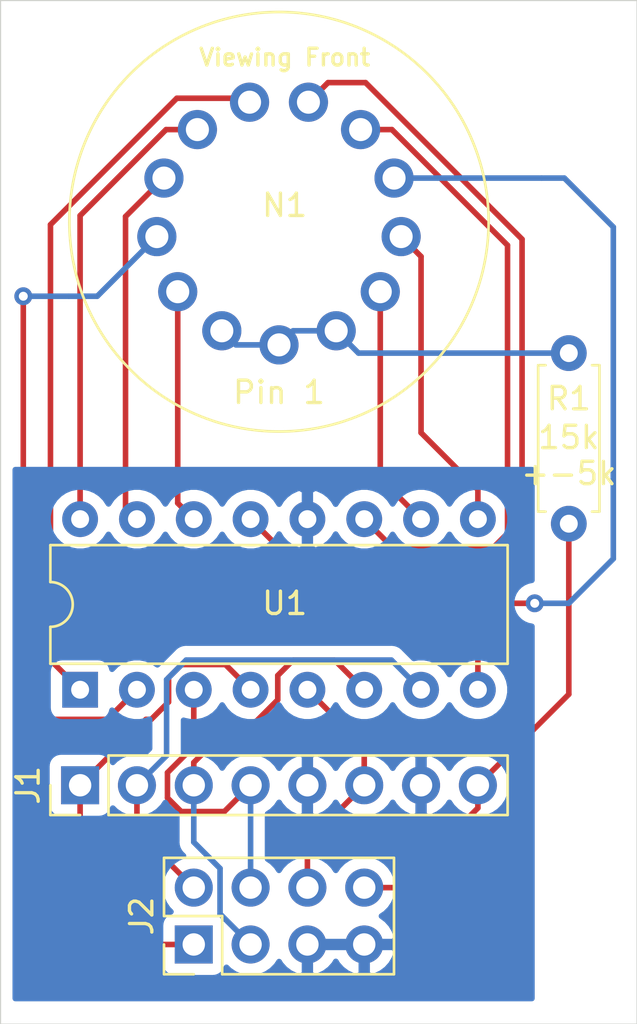
<source format=kicad_pcb>
(kicad_pcb (version 20171130) (host pcbnew 5.1.6-c6e7f7d~87~ubuntu20.04.1)

  (general
    (thickness 1.6)
    (drawings 6)
    (tracks 102)
    (zones 0)
    (modules 5)
    (nets 19)
  )

  (page A3)
  (layers
    (0 F.Cu signal)
    (31 B.Cu signal)
    (32 B.Adhes user hide)
    (33 F.Adhes user hide)
    (34 B.Paste user hide)
    (35 F.Paste user hide)
    (36 B.SilkS user hide)
    (37 F.SilkS user)
    (38 B.Mask user hide)
    (39 F.Mask user)
    (40 Dwgs.User user hide)
    (41 Cmts.User user hide)
    (42 Eco1.User user hide)
    (43 Eco2.User user hide)
    (44 Edge.Cuts user)
    (45 Margin user hide)
    (46 B.CrtYd user hide)
    (47 F.CrtYd user hide)
    (48 B.Fab user hide)
    (49 F.Fab user hide)
  )

  (setup
    (last_trace_width 0.25)
    (user_trace_width 0.5)
    (trace_clearance 0.4)
    (zone_clearance 0.508)
    (zone_45_only no)
    (trace_min 0.2)
    (via_size 0.8)
    (via_drill 0.4)
    (via_min_size 0.4)
    (via_min_drill 0.3)
    (uvia_size 0.3)
    (uvia_drill 0.1)
    (uvias_allowed no)
    (uvia_min_size 0.2)
    (uvia_min_drill 0.1)
    (edge_width 0.05)
    (segment_width 0.2)
    (pcb_text_width 0.3)
    (pcb_text_size 1.5 1.5)
    (mod_edge_width 0.12)
    (mod_text_size 1 1)
    (mod_text_width 0.15)
    (pad_size 3.683 3.683)
    (pad_drill 2.667)
    (pad_to_mask_clearance 0.06)
    (solder_mask_min_width 0.15)
    (aux_axis_origin 0 0)
    (visible_elements 7FFFFFFF)
    (pcbplotparams
      (layerselection 0x310fc_ffffffff)
      (usegerberextensions false)
      (usegerberattributes true)
      (usegerberadvancedattributes true)
      (creategerberjobfile true)
      (excludeedgelayer true)
      (linewidth 0.150000)
      (plotframeref false)
      (viasonmask false)
      (mode 1)
      (useauxorigin true)
      (hpglpennumber 1)
      (hpglpenspeed 20)
      (hpglpendiameter 15.000000)
      (psnegative false)
      (psa4output false)
      (plotreference true)
      (plotvalue true)
      (plotinvisibletext false)
      (padsonsilk false)
      (subtractmaskfromsilk false)
      (outputformat 1)
      (mirror false)
      (drillshape 0)
      (scaleselection 1)
      (outputdirectory "Output_Files/"))
  )

  (net 0 "")
  (net 1 "Net-(J1-Pad1)")
  (net 2 "Net-(J1-Pad2)")
  (net 3 "Net-(J1-Pad3)")
  (net 4 "Net-(J1-Pad4)")
  (net 5 GND)
  (net 6 VCC)
  (net 7 "Net-(J1-Pad8)")
  (net 8 "Net-(N1-Pad1)")
  (net 9 "Net-(N1-Pad3)")
  (net 10 "Net-(N1-Pad4)")
  (net 11 "Net-(N1-Pad5)")
  (net 12 "Net-(N1-Pad6)")
  (net 13 "Net-(N1-Pad7)")
  (net 14 "Net-(N1-Pad8)")
  (net 15 "Net-(N1-Pad9)")
  (net 16 "Net-(N1-Pad10)")
  (net 17 "Net-(N1-Pad11)")
  (net 18 "Net-(N1-Pad12)")

  (net_class Default "This is the default net class."
    (clearance 0.4)
    (trace_width 0.25)
    (via_dia 0.8)
    (via_drill 0.4)
    (uvia_dia 0.3)
    (uvia_drill 0.1)
    (add_net GND)
    (add_net "Net-(J1-Pad8)")
    (add_net "Net-(N1-Pad1)")
    (add_net "Net-(N1-Pad10)")
    (add_net "Net-(N1-Pad11)")
    (add_net "Net-(N1-Pad12)")
    (add_net "Net-(N1-Pad3)")
    (add_net "Net-(N1-Pad4)")
    (add_net "Net-(N1-Pad5)")
    (add_net "Net-(N1-Pad6)")
    (add_net "Net-(N1-Pad7)")
    (add_net "Net-(N1-Pad8)")
    (add_net "Net-(N1-Pad9)")
    (add_net VCC)
  )

  (net_class HV ""
    (clearance 1.25)
    (trace_width 0.25)
    (via_dia 0.8)
    (via_drill 0.4)
    (uvia_dia 0.3)
    (uvia_drill 0.1)
  )

  (net_class Logic ""
    (clearance 0.2)
    (trace_width 0.25)
    (via_dia 0.8)
    (via_drill 0.4)
    (uvia_dia 0.3)
    (uvia_drill 0.1)
    (add_net "Net-(J1-Pad1)")
    (add_net "Net-(J1-Pad2)")
    (add_net "Net-(J1-Pad3)")
    (add_net "Net-(J1-Pad4)")
  )

  (module IN-14:CPA_13 (layer F.Cu) (tedit 5F5D038B) (tstamp 5F5D6AF3)
    (at 155.194 60.1726 180)
    (path /5F227C34)
    (fp_text reference N1 (at -0.254 0.7366) (layer F.SilkS)
      (effects (font (size 1 1) (thickness 0.15)))
    )
    (fp_text value IN-14 (at 0 10.295) (layer F.Fab)
      (effects (font (size 1 1) (thickness 0.15)))
    )
    (fp_circle (center 0 0) (end 0 9.62) (layer F.CrtYd) (width 0.05))
    (fp_circle (center 0 0) (end 0 9.37) (layer F.SilkS) (width 0.12))
    (fp_circle (center 0 0) (end 0 9.25) (layer F.Fab) (width 0.1))
    (fp_text user "Viewing Front" (at -0.254 7.3406) (layer F.SilkS)
      (effects (font (size 0.75 0.75) (thickness 0.15)))
    )
    (fp_text user "Pin 1" (at 0 -7.62) (layer F.SilkS)
      (effects (font (size 1 1) (thickness 0.15)))
    )
    (pad 13 thru_hole oval (at -2.555977 -4.870008 180) (size 1.75 1.75) (drill 1.03) (layers *.Cu *.Mask)
      (net 8 "Net-(N1-Pad1)"))
    (pad 12 thru_hole oval (at -4.526411 -3.124356 180) (size 1.75 1.75) (drill 1.03) (layers *.Cu *.Mask)
      (net 18 "Net-(N1-Pad12)"))
    (pad 11 thru_hole oval (at -5.459898 -0.662951 180) (size 1.75 1.75) (drill 1.03) (layers *.Cu *.Mask)
      (net 17 "Net-(N1-Pad11)"))
    (pad 10 thru_hole oval (at -5.142589 1.950326 180) (size 1.75 1.75) (drill 1.03) (layers *.Cu *.Mask)
      (net 16 "Net-(N1-Pad10)"))
    (pad 9 thru_hole oval (at -3.647174 4.116809 180) (size 1.75 1.75) (drill 1.03) (layers *.Cu *.Mask)
      (net 15 "Net-(N1-Pad9)"))
    (pad 8 thru_hole oval (at -1.316236 5.340179 180) (size 1.75 1.75) (drill 1.03) (layers *.Cu *.Mask)
      (net 14 "Net-(N1-Pad8)"))
    (pad 7 thru_hole oval (at 1.316236 5.340179 180) (size 1.75 1.75) (drill 1.03) (layers *.Cu *.Mask)
      (net 13 "Net-(N1-Pad7)"))
    (pad 6 thru_hole oval (at 3.647174 4.116809 180) (size 1.75 1.75) (drill 1.03) (layers *.Cu *.Mask)
      (net 12 "Net-(N1-Pad6)"))
    (pad 5 thru_hole oval (at 5.142589 1.950326 180) (size 1.75 1.75) (drill 1.03) (layers *.Cu *.Mask)
      (net 11 "Net-(N1-Pad5)"))
    (pad 4 thru_hole oval (at 5.459898 -0.662951 180) (size 1.75 1.75) (drill 1.03) (layers *.Cu *.Mask)
      (net 10 "Net-(N1-Pad4)"))
    (pad 3 thru_hole oval (at 4.526411 -3.124356 180) (size 1.75 1.75) (drill 1.03) (layers *.Cu *.Mask)
      (net 9 "Net-(N1-Pad3)"))
    (pad 2 thru_hole oval (at 2.555977 -4.870008 180) (size 1.75 1.75) (drill 1.03) (layers *.Cu *.Mask)
      (net 8 "Net-(N1-Pad1)"))
    (pad 1 thru_hole oval (at 0 -5.5 180) (size 1.75 1.75) (drill 1.03) (layers *.Cu *.Mask)
      (net 8 "Net-(N1-Pad1)"))
  )

  (module Package_DIP:DIP-16_W7.62mm (layer F.Cu) (tedit 5A02E8C5) (tstamp 5F5D65A6)
    (at 146.304 81.0768 90)
    (descr "16-lead though-hole mounted DIP package, row spacing 7.62 mm (300 mils)")
    (tags "THT DIP DIL PDIP 2.54mm 7.62mm 300mil")
    (path /5F218278)
    (fp_text reference U1 (at 3.8608 9.144) (layer F.SilkS)
      (effects (font (size 1 1) (thickness 0.15)))
    )
    (fp_text value 74141-DIP (at 3.81 20.11 90) (layer F.Fab)
      (effects (font (size 1 1) (thickness 0.15)))
    )
    (fp_line (start 1.635 -1.27) (end 6.985 -1.27) (layer F.Fab) (width 0.1))
    (fp_line (start 6.985 -1.27) (end 6.985 19.05) (layer F.Fab) (width 0.1))
    (fp_line (start 6.985 19.05) (end 0.635 19.05) (layer F.Fab) (width 0.1))
    (fp_line (start 0.635 19.05) (end 0.635 -0.27) (layer F.Fab) (width 0.1))
    (fp_line (start 0.635 -0.27) (end 1.635 -1.27) (layer F.Fab) (width 0.1))
    (fp_line (start 2.81 -1.33) (end 1.16 -1.33) (layer F.SilkS) (width 0.12))
    (fp_line (start 1.16 -1.33) (end 1.16 19.11) (layer F.SilkS) (width 0.12))
    (fp_line (start 1.16 19.11) (end 6.46 19.11) (layer F.SilkS) (width 0.12))
    (fp_line (start 6.46 19.11) (end 6.46 -1.33) (layer F.SilkS) (width 0.12))
    (fp_line (start 6.46 -1.33) (end 4.81 -1.33) (layer F.SilkS) (width 0.12))
    (fp_line (start -1.1 -1.55) (end -1.1 19.3) (layer F.CrtYd) (width 0.05))
    (fp_line (start -1.1 19.3) (end 8.7 19.3) (layer F.CrtYd) (width 0.05))
    (fp_line (start 8.7 19.3) (end 8.7 -1.55) (layer F.CrtYd) (width 0.05))
    (fp_line (start 8.7 -1.55) (end -1.1 -1.55) (layer F.CrtYd) (width 0.05))
    (fp_text user %R (at 3.81 8.89 90) (layer F.Fab)
      (effects (font (size 1 1) (thickness 0.15)))
    )
    (fp_arc (start 3.81 -1.33) (end 2.81 -1.33) (angle -180) (layer F.SilkS) (width 0.12))
    (pad 16 thru_hole oval (at 7.62 0 90) (size 1.6 1.6) (drill 0.8) (layers *.Cu *.Mask)
      (net 12 "Net-(N1-Pad6)"))
    (pad 8 thru_hole oval (at 0 17.78 90) (size 1.6 1.6) (drill 0.8) (layers *.Cu *.Mask)
      (net 16 "Net-(N1-Pad10)"))
    (pad 15 thru_hole oval (at 7.62 2.54 90) (size 1.6 1.6) (drill 0.8) (layers *.Cu *.Mask)
      (net 11 "Net-(N1-Pad5)"))
    (pad 7 thru_hole oval (at 0 15.24 90) (size 1.6 1.6) (drill 0.8) (layers *.Cu *.Mask)
      (net 2 "Net-(J1-Pad2)"))
    (pad 14 thru_hole oval (at 7.62 5.08 90) (size 1.6 1.6) (drill 0.8) (layers *.Cu *.Mask)
      (net 9 "Net-(N1-Pad3)"))
    (pad 6 thru_hole oval (at 0 12.7 90) (size 1.6 1.6) (drill 0.8) (layers *.Cu *.Mask)
      (net 3 "Net-(J1-Pad3)"))
    (pad 13 thru_hole oval (at 7.62 7.62 90) (size 1.6 1.6) (drill 0.8) (layers *.Cu *.Mask)
      (net 14 "Net-(N1-Pad8)"))
    (pad 5 thru_hole oval (at 0 10.16 90) (size 1.6 1.6) (drill 0.8) (layers *.Cu *.Mask)
      (net 6 VCC))
    (pad 12 thru_hole oval (at 7.62 10.16 90) (size 1.6 1.6) (drill 0.8) (layers *.Cu *.Mask)
      (net 5 GND))
    (pad 4 thru_hole oval (at 0 7.62 90) (size 1.6 1.6) (drill 0.8) (layers *.Cu *.Mask)
      (net 1 "Net-(J1-Pad1)"))
    (pad 11 thru_hole oval (at 7.62 12.7 90) (size 1.6 1.6) (drill 0.8) (layers *.Cu *.Mask)
      (net 15 "Net-(N1-Pad9)"))
    (pad 3 thru_hole oval (at 0 5.08 90) (size 1.6 1.6) (drill 0.8) (layers *.Cu *.Mask)
      (net 4 "Net-(J1-Pad4)"))
    (pad 10 thru_hole oval (at 7.62 15.24 90) (size 1.6 1.6) (drill 0.8) (layers *.Cu *.Mask)
      (net 18 "Net-(N1-Pad12)"))
    (pad 2 thru_hole oval (at 0 2.54 90) (size 1.6 1.6) (drill 0.8) (layers *.Cu *.Mask)
      (net 10 "Net-(N1-Pad4)"))
    (pad 9 thru_hole oval (at 7.62 17.78 90) (size 1.6 1.6) (drill 0.8) (layers *.Cu *.Mask)
      (net 17 "Net-(N1-Pad11)"))
    (pad 1 thru_hole rect (at 0 0 90) (size 1.6 1.6) (drill 0.8) (layers *.Cu *.Mask)
      (net 13 "Net-(N1-Pad7)"))
    (model ${KISYS3DMOD}/Package_DIP.3dshapes/DIP-16_W7.62mm.wrl
      (at (xyz 0 0 0))
      (scale (xyz 1 1 1))
      (rotate (xyz 0 0 0))
    )
  )

  (module Connector_PinHeader_2.54mm:PinHeader_1x08_P2.54mm_Vertical (layer F.Cu) (tedit 59FED5CC) (tstamp 5F5D6D53)
    (at 146.304 85.344 90)
    (descr "Through hole straight pin header, 1x08, 2.54mm pitch, single row")
    (tags "Through hole pin header THT 1x08 2.54mm single row")
    (path /5F21AB49)
    (fp_text reference J1 (at 0 -2.33 90) (layer F.SilkS)
      (effects (font (size 1 1) (thickness 0.15)))
    )
    (fp_text value Conn_01x08_Male (at 0 20.11 90) (layer F.Fab)
      (effects (font (size 1 1) (thickness 0.15)))
    )
    (fp_line (start 1.8 -1.8) (end -1.8 -1.8) (layer F.CrtYd) (width 0.05))
    (fp_line (start 1.8 19.55) (end 1.8 -1.8) (layer F.CrtYd) (width 0.05))
    (fp_line (start -1.8 19.55) (end 1.8 19.55) (layer F.CrtYd) (width 0.05))
    (fp_line (start -1.8 -1.8) (end -1.8 19.55) (layer F.CrtYd) (width 0.05))
    (fp_line (start -1.33 -1.33) (end 0 -1.33) (layer F.SilkS) (width 0.12))
    (fp_line (start -1.33 0) (end -1.33 -1.33) (layer F.SilkS) (width 0.12))
    (fp_line (start -1.33 1.27) (end 1.33 1.27) (layer F.SilkS) (width 0.12))
    (fp_line (start 1.33 1.27) (end 1.33 19.11) (layer F.SilkS) (width 0.12))
    (fp_line (start -1.33 1.27) (end -1.33 19.11) (layer F.SilkS) (width 0.12))
    (fp_line (start -1.33 19.11) (end 1.33 19.11) (layer F.SilkS) (width 0.12))
    (fp_line (start -1.27 -0.635) (end -0.635 -1.27) (layer F.Fab) (width 0.1))
    (fp_line (start -1.27 19.05) (end -1.27 -0.635) (layer F.Fab) (width 0.1))
    (fp_line (start 1.27 19.05) (end -1.27 19.05) (layer F.Fab) (width 0.1))
    (fp_line (start 1.27 -1.27) (end 1.27 19.05) (layer F.Fab) (width 0.1))
    (fp_line (start -0.635 -1.27) (end 1.27 -1.27) (layer F.Fab) (width 0.1))
    (fp_text user %R (at 0 8.89) (layer F.Fab)
      (effects (font (size 1 1) (thickness 0.15)))
    )
    (pad 1 thru_hole rect (at 0 0 90) (size 1.7 1.7) (drill 1) (layers *.Cu *.Mask)
      (net 1 "Net-(J1-Pad1)"))
    (pad 2 thru_hole oval (at 0 2.54 90) (size 1.7 1.7) (drill 1) (layers *.Cu *.Mask)
      (net 2 "Net-(J1-Pad2)"))
    (pad 3 thru_hole oval (at 0 5.08 90) (size 1.7 1.7) (drill 1) (layers *.Cu *.Mask)
      (net 3 "Net-(J1-Pad3)"))
    (pad 4 thru_hole oval (at 0 7.62 90) (size 1.7 1.7) (drill 1) (layers *.Cu *.Mask)
      (net 4 "Net-(J1-Pad4)"))
    (pad 5 thru_hole oval (at 0 10.16 90) (size 1.7 1.7) (drill 1) (layers *.Cu *.Mask)
      (net 5 GND))
    (pad 6 thru_hole oval (at 0 12.7 90) (size 1.7 1.7) (drill 1) (layers *.Cu *.Mask)
      (net 6 VCC))
    (pad 7 thru_hole oval (at 0 15.24 90) (size 1.7 1.7) (drill 1) (layers *.Cu *.Mask)
      (net 5 GND))
    (pad 8 thru_hole oval (at 0 17.78 90) (size 1.7 1.7) (drill 1) (layers *.Cu *.Mask)
      (net 7 "Net-(J1-Pad8)"))
    (model ${KISYS3DMOD}/Connector_PinHeader_2.54mm.3dshapes/PinHeader_1x08_P2.54mm_Vertical.wrl
      (at (xyz 0 0 0))
      (scale (xyz 1 1 1))
      (rotate (xyz 0 0 0))
    )
  )

  (module Connector_PinHeader_2.54mm:PinHeader_2x04_P2.54mm_Vertical (layer F.Cu) (tedit 59FED5CC) (tstamp 5F5D6D6E)
    (at 151.384 92.456 90)
    (descr "Through hole straight pin header, 2x04, 2.54mm pitch, double rows")
    (tags "Through hole pin header THT 2x04 2.54mm double row")
    (path /5F32B282)
    (fp_text reference J2 (at 1.27 -2.33 -90) (layer F.SilkS)
      (effects (font (size 1 1) (thickness 0.15)))
    )
    (fp_text value Conn_02x04_Counter_Clockwise (at 1.27 9.95 -90) (layer F.Fab)
      (effects (font (size 1 1) (thickness 0.15)))
    )
    (fp_line (start 4.35 -1.8) (end -1.8 -1.8) (layer F.CrtYd) (width 0.05))
    (fp_line (start 4.35 9.4) (end 4.35 -1.8) (layer F.CrtYd) (width 0.05))
    (fp_line (start -1.8 9.4) (end 4.35 9.4) (layer F.CrtYd) (width 0.05))
    (fp_line (start -1.8 -1.8) (end -1.8 9.4) (layer F.CrtYd) (width 0.05))
    (fp_line (start -1.33 -1.33) (end 0 -1.33) (layer F.SilkS) (width 0.12))
    (fp_line (start -1.33 0) (end -1.33 -1.33) (layer F.SilkS) (width 0.12))
    (fp_line (start 1.27 -1.33) (end 3.87 -1.33) (layer F.SilkS) (width 0.12))
    (fp_line (start 1.27 1.27) (end 1.27 -1.33) (layer F.SilkS) (width 0.12))
    (fp_line (start -1.33 1.27) (end 1.27 1.27) (layer F.SilkS) (width 0.12))
    (fp_line (start 3.87 -1.33) (end 3.87 8.95) (layer F.SilkS) (width 0.12))
    (fp_line (start -1.33 1.27) (end -1.33 8.95) (layer F.SilkS) (width 0.12))
    (fp_line (start -1.33 8.95) (end 3.87 8.95) (layer F.SilkS) (width 0.12))
    (fp_line (start -1.27 0) (end 0 -1.27) (layer F.Fab) (width 0.1))
    (fp_line (start -1.27 8.89) (end -1.27 0) (layer F.Fab) (width 0.1))
    (fp_line (start 3.81 8.89) (end -1.27 8.89) (layer F.Fab) (width 0.1))
    (fp_line (start 3.81 -1.27) (end 3.81 8.89) (layer F.Fab) (width 0.1))
    (fp_line (start 0 -1.27) (end 3.81 -1.27) (layer F.Fab) (width 0.1))
    (fp_text user %R (at 1.27 3.81 180) (layer F.Fab)
      (effects (font (size 1 1) (thickness 0.15)))
    )
    (pad 1 thru_hole rect (at 0 0 90) (size 1.7 1.7) (drill 1) (layers *.Cu *.Mask)
      (net 1 "Net-(J1-Pad1)"))
    (pad 2 thru_hole oval (at 2.54 0 90) (size 1.7 1.7) (drill 1) (layers *.Cu *.Mask)
      (net 2 "Net-(J1-Pad2)"))
    (pad 3 thru_hole oval (at 0 2.54 90) (size 1.7 1.7) (drill 1) (layers *.Cu *.Mask)
      (net 3 "Net-(J1-Pad3)"))
    (pad 4 thru_hole oval (at 2.54 2.54 90) (size 1.7 1.7) (drill 1) (layers *.Cu *.Mask)
      (net 4 "Net-(J1-Pad4)"))
    (pad 5 thru_hole oval (at 0 5.08 90) (size 1.7 1.7) (drill 1) (layers *.Cu *.Mask)
      (net 5 GND))
    (pad 6 thru_hole oval (at 2.54 5.08 90) (size 1.7 1.7) (drill 1) (layers *.Cu *.Mask)
      (net 6 VCC))
    (pad 7 thru_hole oval (at 0 7.62 90) (size 1.7 1.7) (drill 1) (layers *.Cu *.Mask)
      (net 5 GND))
    (pad 8 thru_hole oval (at 2.54 7.62 90) (size 1.7 1.7) (drill 1) (layers *.Cu *.Mask)
      (net 7 "Net-(J1-Pad8)"))
    (model ${KISYS3DMOD}/Connector_PinHeader_2.54mm.3dshapes/PinHeader_2x04_P2.54mm_Vertical.wrl
      (at (xyz 0 0 0))
      (scale (xyz 1 1 1))
      (rotate (xyz 0 0 0))
    )
  )

  (module Resistor_THT:R_Axial_DIN0207_L6.3mm_D2.5mm_P7.62mm_Horizontal (layer F.Cu) (tedit 5AE5139B) (tstamp 5F5D6DA1)
    (at 168.148 73.66 90)
    (descr "Resistor, Axial_DIN0207 series, Axial, Horizontal, pin pitch=7.62mm, 0.25W = 1/4W, length*diameter=6.3*2.5mm^2, http://cdn-reichelt.de/documents/datenblatt/B400/1_4W%23YAG.pdf")
    (tags "Resistor Axial_DIN0207 series Axial Horizontal pin pitch 7.62mm 0.25W = 1/4W length 6.3mm diameter 2.5mm")
    (path /5F218D8E)
    (fp_text reference R1 (at 5.588 0 180) (layer F.SilkS)
      (effects (font (size 1 1) (thickness 0.15)))
    )
    (fp_text value 18k (at 3.81 2.37 90) (layer F.Fab)
      (effects (font (size 1 1) (thickness 0.15)))
    )
    (fp_line (start 8.67 -1.5) (end -1.05 -1.5) (layer F.CrtYd) (width 0.05))
    (fp_line (start 8.67 1.5) (end 8.67 -1.5) (layer F.CrtYd) (width 0.05))
    (fp_line (start -1.05 1.5) (end 8.67 1.5) (layer F.CrtYd) (width 0.05))
    (fp_line (start -1.05 -1.5) (end -1.05 1.5) (layer F.CrtYd) (width 0.05))
    (fp_line (start 7.08 1.37) (end 7.08 1.04) (layer F.SilkS) (width 0.12))
    (fp_line (start 0.54 1.37) (end 7.08 1.37) (layer F.SilkS) (width 0.12))
    (fp_line (start 0.54 1.04) (end 0.54 1.37) (layer F.SilkS) (width 0.12))
    (fp_line (start 7.08 -1.37) (end 7.08 -1.04) (layer F.SilkS) (width 0.12))
    (fp_line (start 0.54 -1.37) (end 7.08 -1.37) (layer F.SilkS) (width 0.12))
    (fp_line (start 0.54 -1.04) (end 0.54 -1.37) (layer F.SilkS) (width 0.12))
    (fp_line (start 7.62 0) (end 6.96 0) (layer F.Fab) (width 0.1))
    (fp_line (start 0 0) (end 0.66 0) (layer F.Fab) (width 0.1))
    (fp_line (start 6.96 -1.25) (end 0.66 -1.25) (layer F.Fab) (width 0.1))
    (fp_line (start 6.96 1.25) (end 6.96 -1.25) (layer F.Fab) (width 0.1))
    (fp_line (start 0.66 1.25) (end 6.96 1.25) (layer F.Fab) (width 0.1))
    (fp_line (start 0.66 -1.25) (end 0.66 1.25) (layer F.Fab) (width 0.1))
    (fp_text user %R (at 3.81 0 90) (layer F.Fab)
      (effects (font (size 1 1) (thickness 0.15)))
    )
    (pad 1 thru_hole circle (at 0 0 90) (size 1.6 1.6) (drill 0.8) (layers *.Cu *.Mask)
      (net 7 "Net-(J1-Pad8)"))
    (pad 2 thru_hole oval (at 7.62 0 90) (size 1.6 1.6) (drill 0.8) (layers *.Cu *.Mask)
      (net 8 "Net-(N1-Pad1)"))
    (model ${KISYS3DMOD}/Resistor_THT.3dshapes/R_Axial_DIN0207_L6.3mm_D2.5mm_P7.62mm_Horizontal.wrl
      (at (xyz 0 0 0))
      (scale (xyz 1 1 1))
      (rotate (xyz 0 0 0))
    )
  )

  (dimension 27.94 (width 0.15) (layer Dwgs.User)
    (gr_text "27.940 mm" (at 156.718 84.044) (layer Dwgs.User)
      (effects (font (size 1 1) (thickness 0.15)))
    )
    (feature1 (pts (xy 170.688 89.408) (xy 170.688 84.757579)))
    (feature2 (pts (xy 142.748 89.408) (xy 142.748 84.757579)))
    (crossbar (pts (xy 142.748 85.344) (xy 170.688 85.344)))
    (arrow1a (pts (xy 170.688 85.344) (xy 169.561496 85.930421)))
    (arrow1b (pts (xy 170.688 85.344) (xy 169.561496 84.757579)))
    (arrow2a (pts (xy 142.748 85.344) (xy 143.874504 85.930421)))
    (arrow2b (pts (xy 142.748 85.344) (xy 143.874504 84.757579)))
  )
  (gr_line (start 171.196 96.012) (end 142.748 96.012) (layer Edge.Cuts) (width 0.05) (tstamp 5F5D6DD0))
  (gr_line (start 171.196 50.292) (end 171.196 96.012) (layer Edge.Cuts) (width 0.05))
  (gr_line (start 142.748 50.292) (end 171.196 50.292) (layer Edge.Cuts) (width 0.05))
  (gr_line (start 142.748 96.012) (end 142.748 50.292) (layer Edge.Cuts) (width 0.05))
  (gr_text "15k\n+-5k" (at 168.148 70.612) (layer F.SilkS) (tstamp 5F5D6CCC)
    (effects (font (size 1 1) (thickness 0.15)))
  )

  (segment (start 152.798999 79.951799) (end 153.924 81.0768) (width 0.25) (layer F.Cu) (net 1) (status 20))
  (segment (start 150.843999 79.951799) (end 152.798999 79.951799) (width 0.25) (layer F.Cu) (net 1))
  (segment (start 150.258999 80.536799) (end 150.843999 79.951799) (width 0.25) (layer F.Cu) (net 1))
  (segment (start 150.258999 81.622803) (end 150.258999 80.536799) (width 0.25) (layer F.Cu) (net 1))
  (segment (start 149.480001 82.401801) (end 150.258999 81.622803) (width 0.25) (layer F.Cu) (net 1))
  (segment (start 149.246199 82.401801) (end 149.480001 82.401801) (width 0.25) (layer F.Cu) (net 1))
  (segment (start 146.304 85.344) (end 149.246199 82.401801) (width 0.25) (layer F.Cu) (net 1) (status 10))
  (segment (start 146.304 85.344) (end 146.304 89.916) (width 0.25) (layer F.Cu) (net 1) (status 10))
  (segment (start 148.844 92.456) (end 151.384 92.456) (width 0.25) (layer F.Cu) (net 1) (status 20))
  (segment (start 146.304 89.916) (end 148.844 92.456) (width 0.25) (layer F.Cu) (net 1))
  (segment (start 151.043999 79.751799) (end 160.218999 79.751799) (width 0.25) (layer B.Cu) (net 2))
  (segment (start 160.218999 79.751799) (end 161.544 81.0768) (width 0.25) (layer B.Cu) (net 2) (status 20))
  (segment (start 150.169001 80.626797) (end 151.043999 79.751799) (width 0.25) (layer B.Cu) (net 2))
  (segment (start 150.169001 84.018999) (end 150.169001 80.626797) (width 0.25) (layer B.Cu) (net 2))
  (segment (start 148.844 85.344) (end 150.169001 84.018999) (width 0.25) (layer B.Cu) (net 2) (status 10))
  (segment (start 148.844 87.376) (end 148.844 85.344) (width 0.25) (layer F.Cu) (net 2) (status 20))
  (segment (start 151.384 89.916) (end 148.844 87.376) (width 0.25) (layer F.Cu) (net 2))
  (segment (start 151.384 84.328) (end 152.908 82.804) (width 0.25) (layer F.Cu) (net 3))
  (segment (start 151.384 85.344) (end 151.384 84.328) (width 0.25) (layer F.Cu) (net 3) (status 10))
  (segment (start 157.678999 79.751799) (end 159.004 81.0768) (width 0.25) (layer F.Cu) (net 3) (status 20))
  (segment (start 155.827999 79.751799) (end 157.678999 79.751799) (width 0.25) (layer F.Cu) (net 3))
  (segment (start 155.138999 81.526803) (end 155.138999 80.440799) (width 0.25) (layer F.Cu) (net 3))
  (segment (start 153.861802 82.804) (end 155.138999 81.526803) (width 0.25) (layer F.Cu) (net 3))
  (segment (start 155.138999 80.440799) (end 155.827999 79.751799) (width 0.25) (layer F.Cu) (net 3))
  (segment (start 152.908 82.804) (end 153.861802 82.804) (width 0.25) (layer F.Cu) (net 3))
  (segment (start 151.384 85.344) (end 151.384 87.884) (width 0.25) (layer B.Cu) (net 3) (status 10))
  (segment (start 152.559001 91.091001) (end 153.924 92.456) (width 0.25) (layer B.Cu) (net 3) (status 20))
  (segment (start 152.559001 89.059001) (end 152.559001 91.091001) (width 0.25) (layer B.Cu) (net 3))
  (segment (start 151.384 87.884) (end 152.559001 89.059001) (width 0.25) (layer B.Cu) (net 3))
  (segment (start 152.748999 86.519001) (end 153.924 85.344) (width 0.25) (layer F.Cu) (net 4) (status 20))
  (segment (start 150.208999 85.908001) (end 150.819999 86.519001) (width 0.25) (layer F.Cu) (net 4))
  (segment (start 150.208999 84.779999) (end 150.208999 85.908001) (width 0.25) (layer F.Cu) (net 4))
  (segment (start 151.384 83.604998) (end 150.208999 84.779999) (width 0.25) (layer F.Cu) (net 4))
  (segment (start 150.819999 86.519001) (end 152.748999 86.519001) (width 0.25) (layer F.Cu) (net 4))
  (segment (start 151.384 81.0768) (end 151.384 83.604998) (width 0.25) (layer F.Cu) (net 4) (status 10))
  (segment (start 153.924 89.916) (end 153.924 85.344) (width 0.25) (layer B.Cu) (net 4) (status 20))
  (segment (start 159.004 83.6168) (end 156.464 81.0768) (width 0.25) (layer F.Cu) (net 6) (status 20))
  (segment (start 159.004 85.344) (end 159.004 83.6168) (width 0.25) (layer F.Cu) (net 6) (status 10))
  (segment (start 156.464 87.884) (end 159.004 85.344) (width 0.25) (layer F.Cu) (net 6) (status 20))
  (segment (start 156.464 89.916) (end 156.464 87.884) (width 0.25) (layer F.Cu) (net 6))
  (segment (start 168.148 81.28) (end 168.148 73.66) (width 0.25) (layer F.Cu) (net 7))
  (segment (start 164.084 85.344) (end 168.148 81.28) (width 0.25) (layer F.Cu) (net 7) (status 10))
  (segment (start 159.004 89.916) (end 160.528 89.916) (width 0.25) (layer F.Cu) (net 7))
  (segment (start 164.084 86.36) (end 164.084 85.344) (width 0.25) (layer F.Cu) (net 7) (status 20))
  (segment (start 160.528 89.916) (end 164.084 86.36) (width 0.25) (layer F.Cu) (net 7))
  (segment (start 158.747369 66.04) (end 157.749977 65.042608) (width 0.25) (layer B.Cu) (net 8) (status 20))
  (segment (start 155.823992 65.042608) (end 155.194 65.6726) (width 0.25) (layer B.Cu) (net 8) (status 20))
  (segment (start 157.749977 65.042608) (end 155.823992 65.042608) (width 0.25) (layer B.Cu) (net 8) (status 10))
  (segment (start 153.268015 65.6726) (end 152.638023 65.042608) (width 0.25) (layer B.Cu) (net 8) (status 20))
  (segment (start 155.194 65.6726) (end 153.268015 65.6726) (width 0.25) (layer B.Cu) (net 8) (status 10))
  (segment (start 158.747369 66.04) (end 168.148 66.04) (width 0.25) (layer B.Cu) (net 8))
  (segment (start 150.667589 72.740389) (end 150.667589 63.296956) (width 0.25) (layer F.Cu) (net 9) (status 20))
  (segment (start 151.384 73.4568) (end 150.667589 72.740389) (width 0.25) (layer F.Cu) (net 9) (status 10))
  (segment (start 149.734102 60.835551) (end 147.069653 63.5) (width 0.25) (layer B.Cu) (net 10) (status 10))
  (segment (start 147.069653 63.5) (end 145.796 63.5) (width 0.25) (layer B.Cu) (net 10))
  (via (at 143.764 63.5) (size 0.8) (drill 0.4) (layers F.Cu B.Cu) (net 10))
  (segment (start 145.796 63.5) (end 143.764 63.5) (width 0.25) (layer B.Cu) (net 10))
  (segment (start 147.518999 82.401801) (end 148.844 81.0768) (width 0.25) (layer F.Cu) (net 10) (status 20))
  (segment (start 145.083999 82.401801) (end 147.518999 82.401801) (width 0.25) (layer F.Cu) (net 10))
  (segment (start 143.764 81.081802) (end 145.083999 82.401801) (width 0.25) (layer F.Cu) (net 10))
  (segment (start 143.764 63.5) (end 143.764 81.081802) (width 0.25) (layer F.Cu) (net 10))
  (segment (start 148.334101 59.939584) (end 150.051411 58.222274) (width 0.25) (layer F.Cu) (net 11) (status 20))
  (segment (start 148.334101 72.946901) (end 148.334101 59.939584) (width 0.25) (layer F.Cu) (net 11) (status 10))
  (segment (start 148.844 73.4568) (end 148.334101 72.946901) (width 0.25) (layer F.Cu) (net 11) (status 30))
  (segment (start 150.145892 56.055791) (end 151.546826 56.055791) (width 0.25) (layer F.Cu) (net 12) (status 20))
  (segment (start 146.304 59.897683) (end 150.145892 56.055791) (width 0.25) (layer F.Cu) (net 12))
  (segment (start 146.304 73.4568) (end 146.304 59.897683) (width 0.25) (layer F.Cu) (net 12) (status 10))
  (segment (start 153.701133 54.65579) (end 153.877764 54.832421) (width 0.25) (layer F.Cu) (net 13) (status 30))
  (segment (start 150.626641 54.65579) (end 153.701133 54.65579) (width 0.25) (layer F.Cu) (net 13) (status 20))
  (segment (start 144.978999 60.303432) (end 150.626641 54.65579) (width 0.25) (layer F.Cu) (net 13))
  (segment (start 144.978999 79.751799) (end 144.978999 60.303432) (width 0.25) (layer F.Cu) (net 13))
  (segment (start 146.304 81.0768) (end 144.978999 79.751799) (width 0.25) (layer F.Cu) (net 13) (status 10))
  (segment (start 155.899011 75.431811) (end 165.360189 75.431811) (width 0.25) (layer F.Cu) (net 14))
  (segment (start 153.924 73.4568) (end 155.899011 75.431811) (width 0.25) (layer F.Cu) (net 14) (status 10))
  (segment (start 157.385235 53.957422) (end 156.510236 54.832421) (width 0.25) (layer F.Cu) (net 14) (status 20))
  (segment (start 159.062991 53.957422) (end 157.385235 53.957422) (width 0.25) (layer F.Cu) (net 14))
  (segment (start 166.059011 60.953442) (end 159.062991 53.957422) (width 0.25) (layer F.Cu) (net 14))
  (segment (start 166.059011 74.732989) (end 166.059011 60.953442) (width 0.25) (layer F.Cu) (net 14))
  (segment (start 165.360189 75.431811) (end 166.059011 74.732989) (width 0.25) (layer F.Cu) (net 14))
  (segment (start 160.242108 56.055791) (end 158.841174 56.055791) (width 0.25) (layer F.Cu) (net 15) (status 20))
  (segment (start 165.409001 61.222684) (end 160.242108 56.055791) (width 0.25) (layer F.Cu) (net 15))
  (segment (start 164.720001 74.781801) (end 165.409001 74.092801) (width 0.25) (layer F.Cu) (net 15))
  (segment (start 160.329001 74.781801) (end 164.720001 74.781801) (width 0.25) (layer F.Cu) (net 15))
  (segment (start 165.409001 74.092801) (end 165.409001 61.222684) (width 0.25) (layer F.Cu) (net 15))
  (segment (start 159.004 73.4568) (end 160.329001 74.781801) (width 0.25) (layer F.Cu) (net 15) (status 10))
  (segment (start 160.336589 58.222274) (end 162.291276 58.222274) (width 0.25) (layer B.Cu) (net 16) (status 10))
  (segment (start 162.291276 58.222274) (end 166.934274 58.222274) (width 0.25) (layer B.Cu) (net 16))
  (segment (start 166.934274 58.222274) (end 167.950274 58.222274) (width 0.25) (layer B.Cu) (net 16))
  (segment (start 167.950274 58.222274) (end 170.13799 60.40999) (width 0.25) (layer B.Cu) (net 16))
  (segment (start 170.13799 60.40999) (end 170.13799 75.22601) (width 0.25) (layer B.Cu) (net 16))
  (via (at 166.624 77.216) (size 0.8) (drill 0.4) (layers F.Cu B.Cu) (net 16))
  (segment (start 168.148 77.216) (end 166.624 77.216) (width 0.25) (layer B.Cu) (net 16))
  (segment (start 170.13799 75.22601) (end 168.148 77.216) (width 0.25) (layer B.Cu) (net 16))
  (segment (start 166.624 77.216) (end 165.608 77.216) (width 0.25) (layer F.Cu) (net 16))
  (segment (start 164.084 78.74) (end 164.084 81.0768) (width 0.25) (layer F.Cu) (net 16))
  (segment (start 165.608 77.216) (end 164.084 78.74) (width 0.25) (layer F.Cu) (net 16))
  (segment (start 164.084 73.4568) (end 164.084 72.136) (width 0.25) (layer F.Cu) (net 17) (status 10))
  (segment (start 164.084 72.136) (end 161.544 69.596) (width 0.25) (layer F.Cu) (net 17))
  (segment (start 161.544 61.725653) (end 160.653898 60.835551) (width 0.25) (layer F.Cu) (net 17) (status 20))
  (segment (start 161.544 69.596) (end 161.544 61.725653) (width 0.25) (layer F.Cu) (net 17))
  (segment (start 159.720411 71.633211) (end 161.544 73.4568) (width 0.25) (layer F.Cu) (net 18))
  (segment (start 159.720411 63.296956) (end 159.720411 71.633211) (width 0.25) (layer F.Cu) (net 18))

  (zone (net 5) (net_name GND) (layer B.Cu) (tstamp 5F5D703C) (hatch edge 0.508)
    (connect_pads (clearance 0.508))
    (min_thickness 0.254)
    (fill yes (arc_segments 32) (thermal_gap 0.508) (thermal_bridge_width 0.508))
    (polygon
      (pts
        (xy 166.624 94.996) (xy 143.256 94.996) (xy 143.256 71.12) (xy 166.624 71.12)
      )
    )
    (filled_polygon
      (pts
        (xy 166.497 76.185985) (xy 166.322102 76.220774) (xy 166.133744 76.298795) (xy 165.964226 76.412063) (xy 165.820063 76.556226)
        (xy 165.706795 76.725744) (xy 165.628774 76.914102) (xy 165.589 77.114061) (xy 165.589 77.317939) (xy 165.628774 77.517898)
        (xy 165.706795 77.706256) (xy 165.820063 77.875774) (xy 165.964226 78.019937) (xy 166.133744 78.133205) (xy 166.322102 78.211226)
        (xy 166.497 78.246015) (xy 166.497 94.869) (xy 143.408 94.869) (xy 143.408 84.494) (xy 144.815928 84.494)
        (xy 144.815928 86.194) (xy 144.828188 86.318482) (xy 144.864498 86.43818) (xy 144.923463 86.548494) (xy 145.002815 86.645185)
        (xy 145.099506 86.724537) (xy 145.20982 86.783502) (xy 145.329518 86.819812) (xy 145.454 86.832072) (xy 147.154 86.832072)
        (xy 147.278482 86.819812) (xy 147.39818 86.783502) (xy 147.508494 86.724537) (xy 147.605185 86.645185) (xy 147.684537 86.548494)
        (xy 147.743502 86.43818) (xy 147.765513 86.36562) (xy 147.897368 86.497475) (xy 148.140589 86.65999) (xy 148.410842 86.771932)
        (xy 148.69774 86.829) (xy 148.99026 86.829) (xy 149.277158 86.771932) (xy 149.547411 86.65999) (xy 149.790632 86.497475)
        (xy 149.997475 86.290632) (xy 150.114 86.11624) (xy 150.230525 86.290632) (xy 150.437368 86.497475) (xy 150.624001 86.622179)
        (xy 150.624001 87.846668) (xy 150.620324 87.884) (xy 150.634998 88.032985) (xy 150.678454 88.176246) (xy 150.749026 88.308276)
        (xy 150.786104 88.353455) (xy 150.844 88.424001) (xy 150.872998 88.447799) (xy 150.924272 88.499073) (xy 150.680589 88.60001)
        (xy 150.437368 88.762525) (xy 150.230525 88.969368) (xy 150.06801 89.212589) (xy 149.956068 89.482842) (xy 149.899 89.76974)
        (xy 149.899 90.06226) (xy 149.956068 90.349158) (xy 150.06801 90.619411) (xy 150.230525 90.862632) (xy 150.36238 90.994487)
        (xy 150.28982 91.016498) (xy 150.179506 91.075463) (xy 150.082815 91.154815) (xy 150.003463 91.251506) (xy 149.944498 91.36182)
        (xy 149.908188 91.481518) (xy 149.895928 91.606) (xy 149.895928 93.306) (xy 149.908188 93.430482) (xy 149.944498 93.55018)
        (xy 150.003463 93.660494) (xy 150.082815 93.757185) (xy 150.179506 93.836537) (xy 150.28982 93.895502) (xy 150.409518 93.931812)
        (xy 150.534 93.944072) (xy 152.234 93.944072) (xy 152.358482 93.931812) (xy 152.47818 93.895502) (xy 152.588494 93.836537)
        (xy 152.685185 93.757185) (xy 152.764537 93.660494) (xy 152.823502 93.55018) (xy 152.845513 93.47762) (xy 152.977368 93.609475)
        (xy 153.220589 93.77199) (xy 153.490842 93.883932) (xy 153.77774 93.941) (xy 154.07026 93.941) (xy 154.357158 93.883932)
        (xy 154.627411 93.77199) (xy 154.870632 93.609475) (xy 155.077475 93.402632) (xy 155.199195 93.220466) (xy 155.268822 93.337355)
        (xy 155.463731 93.553588) (xy 155.69708 93.727641) (xy 155.959901 93.852825) (xy 156.10711 93.897476) (xy 156.337 93.776155)
        (xy 156.337 92.583) (xy 156.591 92.583) (xy 156.591 93.776155) (xy 156.82089 93.897476) (xy 156.968099 93.852825)
        (xy 157.23092 93.727641) (xy 157.464269 93.553588) (xy 157.659178 93.337355) (xy 157.734 93.211745) (xy 157.808822 93.337355)
        (xy 158.003731 93.553588) (xy 158.23708 93.727641) (xy 158.499901 93.852825) (xy 158.64711 93.897476) (xy 158.877 93.776155)
        (xy 158.877 92.583) (xy 159.131 92.583) (xy 159.131 93.776155) (xy 159.36089 93.897476) (xy 159.508099 93.852825)
        (xy 159.77092 93.727641) (xy 160.004269 93.553588) (xy 160.199178 93.337355) (xy 160.348157 93.087252) (xy 160.445481 92.812891)
        (xy 160.324814 92.583) (xy 159.131 92.583) (xy 158.877 92.583) (xy 156.591 92.583) (xy 156.337 92.583)
        (xy 156.317 92.583) (xy 156.317 92.329) (xy 156.337 92.329) (xy 156.337 92.309) (xy 156.591 92.309)
        (xy 156.591 92.329) (xy 158.877 92.329) (xy 158.877 92.309) (xy 159.131 92.309) (xy 159.131 92.329)
        (xy 160.324814 92.329) (xy 160.445481 92.099109) (xy 160.348157 91.824748) (xy 160.199178 91.574645) (xy 160.004269 91.358412)
        (xy 159.774594 91.1871) (xy 159.950632 91.069475) (xy 160.157475 90.862632) (xy 160.31999 90.619411) (xy 160.431932 90.349158)
        (xy 160.489 90.06226) (xy 160.489 89.76974) (xy 160.431932 89.482842) (xy 160.31999 89.212589) (xy 160.157475 88.969368)
        (xy 159.950632 88.762525) (xy 159.707411 88.60001) (xy 159.437158 88.488068) (xy 159.15026 88.431) (xy 158.85774 88.431)
        (xy 158.570842 88.488068) (xy 158.300589 88.60001) (xy 158.057368 88.762525) (xy 157.850525 88.969368) (xy 157.734 89.14376)
        (xy 157.617475 88.969368) (xy 157.410632 88.762525) (xy 157.167411 88.60001) (xy 156.897158 88.488068) (xy 156.61026 88.431)
        (xy 156.31774 88.431) (xy 156.030842 88.488068) (xy 155.760589 88.60001) (xy 155.517368 88.762525) (xy 155.310525 88.969368)
        (xy 155.194 89.14376) (xy 155.077475 88.969368) (xy 154.870632 88.762525) (xy 154.684 88.637822) (xy 154.684 86.622178)
        (xy 154.870632 86.497475) (xy 155.077475 86.290632) (xy 155.199195 86.108466) (xy 155.268822 86.225355) (xy 155.463731 86.441588)
        (xy 155.69708 86.615641) (xy 155.959901 86.740825) (xy 156.10711 86.785476) (xy 156.337 86.664155) (xy 156.337 85.471)
        (xy 156.317 85.471) (xy 156.317 85.217) (xy 156.337 85.217) (xy 156.337 84.023845) (xy 156.591 84.023845)
        (xy 156.591 85.217) (xy 156.611 85.217) (xy 156.611 85.471) (xy 156.591 85.471) (xy 156.591 86.664155)
        (xy 156.82089 86.785476) (xy 156.968099 86.740825) (xy 157.23092 86.615641) (xy 157.464269 86.441588) (xy 157.659178 86.225355)
        (xy 157.728805 86.108466) (xy 157.850525 86.290632) (xy 158.057368 86.497475) (xy 158.300589 86.65999) (xy 158.570842 86.771932)
        (xy 158.85774 86.829) (xy 159.15026 86.829) (xy 159.437158 86.771932) (xy 159.707411 86.65999) (xy 159.950632 86.497475)
        (xy 160.157475 86.290632) (xy 160.279195 86.108466) (xy 160.348822 86.225355) (xy 160.543731 86.441588) (xy 160.77708 86.615641)
        (xy 161.039901 86.740825) (xy 161.18711 86.785476) (xy 161.417 86.664155) (xy 161.417 85.471) (xy 161.397 85.471)
        (xy 161.397 85.217) (xy 161.417 85.217) (xy 161.417 84.023845) (xy 161.671 84.023845) (xy 161.671 85.217)
        (xy 161.691 85.217) (xy 161.691 85.471) (xy 161.671 85.471) (xy 161.671 86.664155) (xy 161.90089 86.785476)
        (xy 162.048099 86.740825) (xy 162.31092 86.615641) (xy 162.544269 86.441588) (xy 162.739178 86.225355) (xy 162.808805 86.108466)
        (xy 162.930525 86.290632) (xy 163.137368 86.497475) (xy 163.380589 86.65999) (xy 163.650842 86.771932) (xy 163.93774 86.829)
        (xy 164.23026 86.829) (xy 164.517158 86.771932) (xy 164.787411 86.65999) (xy 165.030632 86.497475) (xy 165.237475 86.290632)
        (xy 165.39999 86.047411) (xy 165.511932 85.777158) (xy 165.569 85.49026) (xy 165.569 85.19774) (xy 165.511932 84.910842)
        (xy 165.39999 84.640589) (xy 165.237475 84.397368) (xy 165.030632 84.190525) (xy 164.787411 84.02801) (xy 164.517158 83.916068)
        (xy 164.23026 83.859) (xy 163.93774 83.859) (xy 163.650842 83.916068) (xy 163.380589 84.02801) (xy 163.137368 84.190525)
        (xy 162.930525 84.397368) (xy 162.808805 84.579534) (xy 162.739178 84.462645) (xy 162.544269 84.246412) (xy 162.31092 84.072359)
        (xy 162.048099 83.947175) (xy 161.90089 83.902524) (xy 161.671 84.023845) (xy 161.417 84.023845) (xy 161.18711 83.902524)
        (xy 161.039901 83.947175) (xy 160.77708 84.072359) (xy 160.543731 84.246412) (xy 160.348822 84.462645) (xy 160.279195 84.579534)
        (xy 160.157475 84.397368) (xy 159.950632 84.190525) (xy 159.707411 84.02801) (xy 159.437158 83.916068) (xy 159.15026 83.859)
        (xy 158.85774 83.859) (xy 158.570842 83.916068) (xy 158.300589 84.02801) (xy 158.057368 84.190525) (xy 157.850525 84.397368)
        (xy 157.728805 84.579534) (xy 157.659178 84.462645) (xy 157.464269 84.246412) (xy 157.23092 84.072359) (xy 156.968099 83.947175)
        (xy 156.82089 83.902524) (xy 156.591 84.023845) (xy 156.337 84.023845) (xy 156.10711 83.902524) (xy 155.959901 83.947175)
        (xy 155.69708 84.072359) (xy 155.463731 84.246412) (xy 155.268822 84.462645) (xy 155.199195 84.579534) (xy 155.077475 84.397368)
        (xy 154.870632 84.190525) (xy 154.627411 84.02801) (xy 154.357158 83.916068) (xy 154.07026 83.859) (xy 153.77774 83.859)
        (xy 153.490842 83.916068) (xy 153.220589 84.02801) (xy 152.977368 84.190525) (xy 152.770525 84.397368) (xy 152.654 84.57176)
        (xy 152.537475 84.397368) (xy 152.330632 84.190525) (xy 152.087411 84.02801) (xy 151.817158 83.916068) (xy 151.53026 83.859)
        (xy 151.23774 83.859) (xy 150.950842 83.916068) (xy 150.929001 83.925115) (xy 150.929001 82.441565) (xy 150.965426 82.456653)
        (xy 151.242665 82.5118) (xy 151.525335 82.5118) (xy 151.802574 82.456653) (xy 152.063727 82.34848) (xy 152.298759 82.191437)
        (xy 152.498637 81.991559) (xy 152.654 81.759041) (xy 152.809363 81.991559) (xy 153.009241 82.191437) (xy 153.244273 82.34848)
        (xy 153.505426 82.456653) (xy 153.782665 82.5118) (xy 154.065335 82.5118) (xy 154.342574 82.456653) (xy 154.603727 82.34848)
        (xy 154.838759 82.191437) (xy 155.038637 81.991559) (xy 155.194 81.759041) (xy 155.349363 81.991559) (xy 155.549241 82.191437)
        (xy 155.784273 82.34848) (xy 156.045426 82.456653) (xy 156.322665 82.5118) (xy 156.605335 82.5118) (xy 156.882574 82.456653)
        (xy 157.143727 82.34848) (xy 157.378759 82.191437) (xy 157.578637 81.991559) (xy 157.734 81.759041) (xy 157.889363 81.991559)
        (xy 158.089241 82.191437) (xy 158.324273 82.34848) (xy 158.585426 82.456653) (xy 158.862665 82.5118) (xy 159.145335 82.5118)
        (xy 159.422574 82.456653) (xy 159.683727 82.34848) (xy 159.918759 82.191437) (xy 160.118637 81.991559) (xy 160.274 81.759041)
        (xy 160.429363 81.991559) (xy 160.629241 82.191437) (xy 160.864273 82.34848) (xy 161.125426 82.456653) (xy 161.402665 82.5118)
        (xy 161.685335 82.5118) (xy 161.962574 82.456653) (xy 162.223727 82.34848) (xy 162.458759 82.191437) (xy 162.658637 81.991559)
        (xy 162.814 81.759041) (xy 162.969363 81.991559) (xy 163.169241 82.191437) (xy 163.404273 82.34848) (xy 163.665426 82.456653)
        (xy 163.942665 82.5118) (xy 164.225335 82.5118) (xy 164.502574 82.456653) (xy 164.763727 82.34848) (xy 164.998759 82.191437)
        (xy 165.198637 81.991559) (xy 165.35568 81.756527) (xy 165.463853 81.495374) (xy 165.519 81.218135) (xy 165.519 80.935465)
        (xy 165.463853 80.658226) (xy 165.35568 80.397073) (xy 165.198637 80.162041) (xy 164.998759 79.962163) (xy 164.763727 79.80512)
        (xy 164.502574 79.696947) (xy 164.225335 79.6418) (xy 163.942665 79.6418) (xy 163.665426 79.696947) (xy 163.404273 79.80512)
        (xy 163.169241 79.962163) (xy 162.969363 80.162041) (xy 162.814 80.394559) (xy 162.658637 80.162041) (xy 162.458759 79.962163)
        (xy 162.223727 79.80512) (xy 161.962574 79.696947) (xy 161.685335 79.6418) (xy 161.402665 79.6418) (xy 161.220114 79.678112)
        (xy 160.782802 79.240801) (xy 160.759 79.211798) (xy 160.643275 79.116825) (xy 160.511246 79.046253) (xy 160.367985 79.002796)
        (xy 160.256332 78.991799) (xy 160.256321 78.991799) (xy 160.218999 78.988123) (xy 160.181677 78.991799) (xy 151.081321 78.991799)
        (xy 151.043998 78.988123) (xy 151.006675 78.991799) (xy 151.006666 78.991799) (xy 150.895013 79.002796) (xy 150.751752 79.046253)
        (xy 150.619722 79.116825) (xy 150.536082 79.185467) (xy 150.503998 79.211798) (xy 150.4802 79.240796) (xy 149.758796 79.9622)
        (xy 149.758759 79.962163) (xy 149.523727 79.80512) (xy 149.262574 79.696947) (xy 148.985335 79.6418) (xy 148.702665 79.6418)
        (xy 148.425426 79.696947) (xy 148.164273 79.80512) (xy 147.929241 79.962163) (xy 147.730643 80.160761) (xy 147.729812 80.152318)
        (xy 147.693502 80.03262) (xy 147.634537 79.922306) (xy 147.555185 79.825615) (xy 147.458494 79.746263) (xy 147.34818 79.687298)
        (xy 147.228482 79.650988) (xy 147.104 79.638728) (xy 145.504 79.638728) (xy 145.379518 79.650988) (xy 145.25982 79.687298)
        (xy 145.149506 79.746263) (xy 145.052815 79.825615) (xy 144.973463 79.922306) (xy 144.914498 80.03262) (xy 144.878188 80.152318)
        (xy 144.865928 80.2768) (xy 144.865928 81.8768) (xy 144.878188 82.001282) (xy 144.914498 82.12098) (xy 144.973463 82.231294)
        (xy 145.052815 82.327985) (xy 145.149506 82.407337) (xy 145.25982 82.466302) (xy 145.379518 82.502612) (xy 145.504 82.514872)
        (xy 147.104 82.514872) (xy 147.228482 82.502612) (xy 147.34818 82.466302) (xy 147.458494 82.407337) (xy 147.555185 82.327985)
        (xy 147.634537 82.231294) (xy 147.693502 82.12098) (xy 147.729812 82.001282) (xy 147.730643 81.992839) (xy 147.929241 82.191437)
        (xy 148.164273 82.34848) (xy 148.425426 82.456653) (xy 148.702665 82.5118) (xy 148.985335 82.5118) (xy 149.262574 82.456653)
        (xy 149.409001 82.396001) (xy 149.409001 83.704196) (xy 149.210407 83.90279) (xy 148.99026 83.859) (xy 148.69774 83.859)
        (xy 148.410842 83.916068) (xy 148.140589 84.02801) (xy 147.897368 84.190525) (xy 147.765513 84.32238) (xy 147.743502 84.24982)
        (xy 147.684537 84.139506) (xy 147.605185 84.042815) (xy 147.508494 83.963463) (xy 147.39818 83.904498) (xy 147.278482 83.868188)
        (xy 147.154 83.855928) (xy 145.454 83.855928) (xy 145.329518 83.868188) (xy 145.20982 83.904498) (xy 145.099506 83.963463)
        (xy 145.002815 84.042815) (xy 144.923463 84.139506) (xy 144.864498 84.24982) (xy 144.828188 84.369518) (xy 144.815928 84.494)
        (xy 143.408 84.494) (xy 143.408 73.315465) (xy 144.869 73.315465) (xy 144.869 73.598135) (xy 144.924147 73.875374)
        (xy 145.03232 74.136527) (xy 145.189363 74.371559) (xy 145.389241 74.571437) (xy 145.624273 74.72848) (xy 145.885426 74.836653)
        (xy 146.162665 74.8918) (xy 146.445335 74.8918) (xy 146.722574 74.836653) (xy 146.983727 74.72848) (xy 147.218759 74.571437)
        (xy 147.418637 74.371559) (xy 147.574 74.139041) (xy 147.729363 74.371559) (xy 147.929241 74.571437) (xy 148.164273 74.72848)
        (xy 148.425426 74.836653) (xy 148.702665 74.8918) (xy 148.985335 74.8918) (xy 149.262574 74.836653) (xy 149.523727 74.72848)
        (xy 149.758759 74.571437) (xy 149.958637 74.371559) (xy 150.114 74.139041) (xy 150.269363 74.371559) (xy 150.469241 74.571437)
        (xy 150.704273 74.72848) (xy 150.965426 74.836653) (xy 151.242665 74.8918) (xy 151.525335 74.8918) (xy 151.802574 74.836653)
        (xy 152.063727 74.72848) (xy 152.298759 74.571437) (xy 152.498637 74.371559) (xy 152.654 74.139041) (xy 152.809363 74.371559)
        (xy 153.009241 74.571437) (xy 153.244273 74.72848) (xy 153.505426 74.836653) (xy 153.782665 74.8918) (xy 154.065335 74.8918)
        (xy 154.342574 74.836653) (xy 154.603727 74.72848) (xy 154.838759 74.571437) (xy 155.038637 74.371559) (xy 155.19568 74.136527)
        (xy 155.200067 74.125935) (xy 155.311615 74.311931) (xy 155.500586 74.520319) (xy 155.72658 74.687837) (xy 155.980913 74.808046)
        (xy 156.114961 74.848704) (xy 156.337 74.726715) (xy 156.337 73.5838) (xy 156.317 73.5838) (xy 156.317 73.3298)
        (xy 156.337 73.3298) (xy 156.337 72.186885) (xy 156.591 72.186885) (xy 156.591 73.3298) (xy 156.611 73.3298)
        (xy 156.611 73.5838) (xy 156.591 73.5838) (xy 156.591 74.726715) (xy 156.813039 74.848704) (xy 156.947087 74.808046)
        (xy 157.20142 74.687837) (xy 157.427414 74.520319) (xy 157.616385 74.311931) (xy 157.727933 74.125935) (xy 157.73232 74.136527)
        (xy 157.889363 74.371559) (xy 158.089241 74.571437) (xy 158.324273 74.72848) (xy 158.585426 74.836653) (xy 158.862665 74.8918)
        (xy 159.145335 74.8918) (xy 159.422574 74.836653) (xy 159.683727 74.72848) (xy 159.918759 74.571437) (xy 160.118637 74.371559)
        (xy 160.274 74.139041) (xy 160.429363 74.371559) (xy 160.629241 74.571437) (xy 160.864273 74.72848) (xy 161.125426 74.836653)
        (xy 161.402665 74.8918) (xy 161.685335 74.8918) (xy 161.962574 74.836653) (xy 162.223727 74.72848) (xy 162.458759 74.571437)
        (xy 162.658637 74.371559) (xy 162.814 74.139041) (xy 162.969363 74.371559) (xy 163.169241 74.571437) (xy 163.404273 74.72848)
        (xy 163.665426 74.836653) (xy 163.942665 74.8918) (xy 164.225335 74.8918) (xy 164.502574 74.836653) (xy 164.763727 74.72848)
        (xy 164.998759 74.571437) (xy 165.198637 74.371559) (xy 165.35568 74.136527) (xy 165.463853 73.875374) (xy 165.519 73.598135)
        (xy 165.519 73.315465) (xy 165.463853 73.038226) (xy 165.35568 72.777073) (xy 165.198637 72.542041) (xy 164.998759 72.342163)
        (xy 164.763727 72.18512) (xy 164.502574 72.076947) (xy 164.225335 72.0218) (xy 163.942665 72.0218) (xy 163.665426 72.076947)
        (xy 163.404273 72.18512) (xy 163.169241 72.342163) (xy 162.969363 72.542041) (xy 162.814 72.774559) (xy 162.658637 72.542041)
        (xy 162.458759 72.342163) (xy 162.223727 72.18512) (xy 161.962574 72.076947) (xy 161.685335 72.0218) (xy 161.402665 72.0218)
        (xy 161.125426 72.076947) (xy 160.864273 72.18512) (xy 160.629241 72.342163) (xy 160.429363 72.542041) (xy 160.274 72.774559)
        (xy 160.118637 72.542041) (xy 159.918759 72.342163) (xy 159.683727 72.18512) (xy 159.422574 72.076947) (xy 159.145335 72.0218)
        (xy 158.862665 72.0218) (xy 158.585426 72.076947) (xy 158.324273 72.18512) (xy 158.089241 72.342163) (xy 157.889363 72.542041)
        (xy 157.73232 72.777073) (xy 157.727933 72.787665) (xy 157.616385 72.601669) (xy 157.427414 72.393281) (xy 157.20142 72.225763)
        (xy 156.947087 72.105554) (xy 156.813039 72.064896) (xy 156.591 72.186885) (xy 156.337 72.186885) (xy 156.114961 72.064896)
        (xy 155.980913 72.105554) (xy 155.72658 72.225763) (xy 155.500586 72.393281) (xy 155.311615 72.601669) (xy 155.200067 72.787665)
        (xy 155.19568 72.777073) (xy 155.038637 72.542041) (xy 154.838759 72.342163) (xy 154.603727 72.18512) (xy 154.342574 72.076947)
        (xy 154.065335 72.0218) (xy 153.782665 72.0218) (xy 153.505426 72.076947) (xy 153.244273 72.18512) (xy 153.009241 72.342163)
        (xy 152.809363 72.542041) (xy 152.654 72.774559) (xy 152.498637 72.542041) (xy 152.298759 72.342163) (xy 152.063727 72.18512)
        (xy 151.802574 72.076947) (xy 151.525335 72.0218) (xy 151.242665 72.0218) (xy 150.965426 72.076947) (xy 150.704273 72.18512)
        (xy 150.469241 72.342163) (xy 150.269363 72.542041) (xy 150.114 72.774559) (xy 149.958637 72.542041) (xy 149.758759 72.342163)
        (xy 149.523727 72.18512) (xy 149.262574 72.076947) (xy 148.985335 72.0218) (xy 148.702665 72.0218) (xy 148.425426 72.076947)
        (xy 148.164273 72.18512) (xy 147.929241 72.342163) (xy 147.729363 72.542041) (xy 147.574 72.774559) (xy 147.418637 72.542041)
        (xy 147.218759 72.342163) (xy 146.983727 72.18512) (xy 146.722574 72.076947) (xy 146.445335 72.0218) (xy 146.162665 72.0218)
        (xy 145.885426 72.076947) (xy 145.624273 72.18512) (xy 145.389241 72.342163) (xy 145.189363 72.542041) (xy 145.03232 72.777073)
        (xy 144.924147 73.038226) (xy 144.869 73.315465) (xy 143.408 73.315465) (xy 143.408 71.247) (xy 166.497 71.247)
      )
    )
  )
)

</source>
